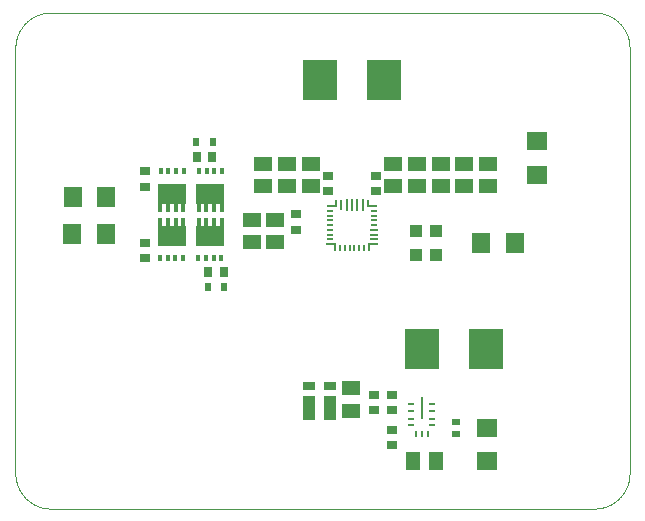
<source format=gtp>
G04 EAGLE Gerber RS-274X export*
G75*
%MOMM*%
%FSLAX35Y35*%
%LPD*%
%INsolder_paste_top*%
%IPPOS*%
%AMOC8*
5,1,8,0,0,1.08239X$1,22.5*%
G01*
%ADD10C,0.000000*%
%ADD11R,0.950000X0.200000*%
%ADD12R,0.600000X0.200000*%
%ADD13R,0.900000X0.200000*%
%ADD14R,0.200000X0.600000*%
%ADD15R,0.700000X0.200000*%
%ADD16R,0.650000X0.200000*%
%ADD17R,0.680000X0.200000*%
%ADD18R,0.200000X1.000000*%
%ADD19R,0.200000X0.950000*%
%ADD20R,1.000000X1.100000*%
%ADD21R,0.900000X0.700000*%
%ADD22R,0.300000X0.600000*%
%ADD23R,0.300000X0.635000*%
%ADD24R,2.450000X1.775000*%
%ADD25R,0.600000X0.700000*%
%ADD26R,1.500000X1.300000*%
%ADD27R,2.950000X3.500000*%
%ADD28R,1.100000X2.000000*%
%ADD29R,1.100000X0.800000*%
%ADD30R,1.800000X1.600000*%
%ADD31R,0.600000X0.250000*%
%ADD32R,0.250000X1.825000*%
%ADD33R,0.250000X0.600000*%
%ADD34R,1.300000X1.500000*%
%ADD35R,0.700000X0.600000*%
%ADD36R,0.700000X0.900000*%
%ADD37R,1.600000X1.803000*%
%ADD38R,1.803000X1.600000*%


D10*
X0Y3900000D02*
X0Y300000D01*
X88Y292751D01*
X350Y285506D01*
X788Y278270D01*
X1401Y271046D01*
X2187Y263839D01*
X3148Y256653D01*
X4282Y249493D01*
X5589Y242362D01*
X7068Y235265D01*
X8717Y228205D01*
X10537Y221188D01*
X12526Y214216D01*
X14683Y207295D01*
X17006Y200428D01*
X19495Y193619D01*
X22148Y186872D01*
X24962Y180191D01*
X27938Y173580D01*
X31072Y167043D01*
X34363Y160583D01*
X37810Y154205D01*
X41409Y147912D01*
X45160Y141708D01*
X49059Y135596D01*
X53105Y129581D01*
X57295Y123664D01*
X61627Y117851D01*
X66098Y112144D01*
X70705Y106547D01*
X75447Y101063D01*
X80319Y95695D01*
X85320Y90447D01*
X90447Y85320D01*
X95695Y80319D01*
X101063Y75447D01*
X106547Y70705D01*
X112144Y66098D01*
X117851Y61627D01*
X123664Y57295D01*
X129581Y53105D01*
X135596Y49059D01*
X141708Y45160D01*
X147912Y41409D01*
X154205Y37810D01*
X160583Y34363D01*
X167043Y31072D01*
X173580Y27938D01*
X180191Y24962D01*
X186872Y22148D01*
X193619Y19495D01*
X200428Y17006D01*
X207295Y14683D01*
X214216Y12526D01*
X221188Y10537D01*
X228205Y8717D01*
X235265Y7068D01*
X242362Y5589D01*
X249493Y4282D01*
X256653Y3148D01*
X263839Y2187D01*
X271046Y1401D01*
X278270Y788D01*
X285506Y350D01*
X292751Y88D01*
X300000Y0D01*
X4900000Y0D01*
X4907249Y88D01*
X4914494Y350D01*
X4921730Y788D01*
X4928954Y1401D01*
X4936161Y2187D01*
X4943347Y3148D01*
X4950507Y4282D01*
X4957638Y5589D01*
X4964735Y7068D01*
X4971795Y8717D01*
X4978812Y10537D01*
X4985784Y12526D01*
X4992705Y14683D01*
X4999572Y17006D01*
X5006381Y19495D01*
X5013128Y22148D01*
X5019809Y24962D01*
X5026420Y27938D01*
X5032957Y31072D01*
X5039417Y34363D01*
X5045795Y37810D01*
X5052088Y41409D01*
X5058292Y45160D01*
X5064404Y49059D01*
X5070419Y53105D01*
X5076336Y57295D01*
X5082149Y61627D01*
X5087856Y66098D01*
X5093453Y70705D01*
X5098937Y75447D01*
X5104305Y80319D01*
X5109553Y85320D01*
X5114680Y90447D01*
X5119681Y95695D01*
X5124553Y101063D01*
X5129295Y106547D01*
X5133902Y112144D01*
X5138373Y117851D01*
X5142705Y123664D01*
X5146895Y129581D01*
X5150941Y135596D01*
X5154840Y141708D01*
X5158591Y147912D01*
X5162190Y154205D01*
X5165637Y160583D01*
X5168928Y167043D01*
X5172062Y173580D01*
X5175038Y180191D01*
X5177852Y186872D01*
X5180505Y193619D01*
X5182994Y200428D01*
X5185317Y207295D01*
X5187474Y214216D01*
X5189463Y221188D01*
X5191283Y228205D01*
X5192932Y235265D01*
X5194411Y242362D01*
X5195718Y249493D01*
X5196852Y256653D01*
X5197813Y263839D01*
X5198599Y271046D01*
X5199212Y278270D01*
X5199650Y285506D01*
X5199912Y292751D01*
X5200000Y300000D01*
X5200000Y3900000D01*
X5199912Y3907249D01*
X5199650Y3914494D01*
X5199212Y3921730D01*
X5198599Y3928954D01*
X5197813Y3936161D01*
X5196852Y3943347D01*
X5195718Y3950507D01*
X5194411Y3957638D01*
X5192932Y3964735D01*
X5191283Y3971795D01*
X5189463Y3978812D01*
X5187474Y3985784D01*
X5185317Y3992705D01*
X5182994Y3999572D01*
X5180505Y4006381D01*
X5177852Y4013128D01*
X5175038Y4019809D01*
X5172062Y4026420D01*
X5168928Y4032957D01*
X5165637Y4039417D01*
X5162190Y4045795D01*
X5158591Y4052088D01*
X5154840Y4058292D01*
X5150941Y4064404D01*
X5146895Y4070419D01*
X5142705Y4076336D01*
X5138373Y4082149D01*
X5133902Y4087856D01*
X5129295Y4093453D01*
X5124553Y4098937D01*
X5119681Y4104305D01*
X5114680Y4109553D01*
X5109553Y4114680D01*
X5104305Y4119681D01*
X5098937Y4124553D01*
X5093453Y4129295D01*
X5087856Y4133902D01*
X5082149Y4138373D01*
X5076336Y4142705D01*
X5070419Y4146895D01*
X5064404Y4150941D01*
X5058292Y4154840D01*
X5052088Y4158591D01*
X5045795Y4162190D01*
X5039417Y4165637D01*
X5032957Y4168928D01*
X5026420Y4172062D01*
X5019809Y4175038D01*
X5013128Y4177852D01*
X5006381Y4180505D01*
X4999572Y4182994D01*
X4992705Y4185317D01*
X4985784Y4187474D01*
X4978812Y4189463D01*
X4971795Y4191283D01*
X4964735Y4192932D01*
X4957638Y4194411D01*
X4950507Y4195718D01*
X4943347Y4196852D01*
X4936161Y4197813D01*
X4928954Y4198599D01*
X4921730Y4199212D01*
X4914494Y4199650D01*
X4907249Y4199912D01*
X4900000Y4200000D01*
X300000Y4200000D01*
X292751Y4199912D01*
X285506Y4199650D01*
X278270Y4199212D01*
X271046Y4198599D01*
X263839Y4197813D01*
X256653Y4196852D01*
X249493Y4195718D01*
X242362Y4194411D01*
X235265Y4192932D01*
X228205Y4191283D01*
X221188Y4189463D01*
X214216Y4187474D01*
X207295Y4185317D01*
X200428Y4182994D01*
X193619Y4180505D01*
X186872Y4177852D01*
X180191Y4175038D01*
X173580Y4172062D01*
X167043Y4168928D01*
X160583Y4165637D01*
X154205Y4162190D01*
X147912Y4158591D01*
X141708Y4154840D01*
X135596Y4150941D01*
X129581Y4146895D01*
X123664Y4142705D01*
X117851Y4138373D01*
X112144Y4133902D01*
X106547Y4129295D01*
X101063Y4124553D01*
X95695Y4119681D01*
X90447Y4114680D01*
X85320Y4109553D01*
X80319Y4104305D01*
X75447Y4098937D01*
X70705Y4093453D01*
X66098Y4087856D01*
X61627Y4082149D01*
X57295Y4076336D01*
X53105Y4070419D01*
X49059Y4064404D01*
X45160Y4058292D01*
X41409Y4052088D01*
X37810Y4045795D01*
X34363Y4039417D01*
X31072Y4032957D01*
X27938Y4026420D01*
X24962Y4019809D01*
X22148Y4013128D01*
X19495Y4006381D01*
X17006Y3999572D01*
X14683Y3992705D01*
X12526Y3985784D01*
X10537Y3978812D01*
X8717Y3971795D01*
X7068Y3964735D01*
X5589Y3957638D01*
X4282Y3950507D01*
X3148Y3943347D01*
X2187Y3936161D01*
X1401Y3928954D01*
X788Y3921730D01*
X350Y3914494D01*
X88Y3907249D01*
X0Y3900000D01*
D11*
X2677500Y2560000D03*
D12*
X2660000Y2520000D03*
X2660000Y2480000D03*
X2660000Y2440000D03*
X2660000Y2400000D03*
X2660000Y2360000D03*
X2660000Y2320000D03*
X2660000Y2280000D03*
D13*
X2675000Y2240000D03*
D14*
X2750000Y2210000D03*
X2790000Y2210000D03*
X2830000Y2210000D03*
X2870000Y2210000D03*
X2910000Y2210000D03*
X2950000Y2210000D03*
D13*
X3025000Y2240000D03*
D15*
X3035000Y2280000D03*
D16*
X3037500Y2320000D03*
D17*
X3036000Y2360000D03*
D12*
X3040000Y2400000D03*
X3040000Y2440000D03*
X3040000Y2480000D03*
X3040000Y2520000D03*
D11*
X3022500Y2560000D03*
D18*
X2940000Y2570000D03*
X2895000Y2570000D03*
X2850000Y2570000D03*
X2805000Y2570000D03*
D19*
X2760000Y2572500D03*
D14*
X2715000Y2590000D03*
X2710000Y2210000D03*
X2990000Y2210000D03*
X2985000Y2590000D03*
D20*
X3560000Y2350000D03*
X3390000Y2350000D03*
X3390000Y2150000D03*
X3560000Y2150000D03*
D21*
X3050000Y2685000D03*
X3050000Y2815000D03*
X2650000Y2685000D03*
X2650000Y2815000D03*
D22*
X1550000Y2120000D03*
X1615000Y2120000D03*
X1680000Y2120000D03*
X1745000Y2120000D03*
D23*
X1747500Y2427500D03*
X1682500Y2427500D03*
X1617500Y2427500D03*
X1552500Y2427500D03*
D24*
X1650000Y2307500D03*
D22*
X1425000Y2855000D03*
X1360000Y2855000D03*
X1295000Y2855000D03*
X1230000Y2855000D03*
D23*
X1227500Y2547500D03*
X1292500Y2547500D03*
X1357500Y2547500D03*
X1422500Y2547500D03*
D24*
X1325000Y2667500D03*
D22*
X1225000Y2120000D03*
X1290000Y2120000D03*
X1355000Y2120000D03*
X1420000Y2120000D03*
D23*
X1422500Y2427500D03*
X1357500Y2427500D03*
X1292500Y2427500D03*
X1227500Y2427500D03*
D24*
X1325000Y2307500D03*
D22*
X1750000Y2855000D03*
X1685000Y2855000D03*
X1620000Y2855000D03*
X1555000Y2855000D03*
D23*
X1552500Y2547500D03*
X1617500Y2547500D03*
X1682500Y2547500D03*
X1747500Y2547500D03*
D24*
X1650000Y2667500D03*
D25*
X1770000Y1875000D03*
X1630000Y1875000D03*
X1530000Y3100000D03*
X1670000Y3100000D03*
D21*
X1100000Y2250000D03*
X1100000Y2120000D03*
X1100000Y2855000D03*
X1100000Y2725000D03*
D26*
X2500000Y2730000D03*
X2500000Y2920000D03*
X2300000Y2730000D03*
X2300000Y2920000D03*
X2100000Y2730000D03*
X2100000Y2920000D03*
D21*
X2375000Y2490000D03*
X2375000Y2360000D03*
D26*
X2200000Y2445000D03*
X2200000Y2255000D03*
X2000000Y2445000D03*
X2000000Y2255000D03*
X3200000Y2730000D03*
X3200000Y2920000D03*
X3400000Y2730000D03*
X3400000Y2920000D03*
X3600000Y2730000D03*
X3600000Y2920000D03*
X3800000Y2730000D03*
X3800000Y2920000D03*
X4000000Y2730000D03*
X4000000Y2920000D03*
D27*
X3120000Y3625000D03*
X2580000Y3625000D03*
D28*
X2490000Y850000D03*
D29*
X2490000Y1040000D03*
D28*
X2665000Y850000D03*
D29*
X2665000Y1040000D03*
D21*
X3190000Y835000D03*
X3190000Y965000D03*
D30*
X3990000Y685000D03*
X3990000Y405000D03*
D31*
X3349100Y888500D03*
X3349100Y823500D03*
X3348900Y758000D03*
X3348900Y708000D03*
X3529900Y888500D03*
X3529900Y823500D03*
X3530100Y758600D03*
X3530100Y708600D03*
D32*
X3440000Y853800D03*
D33*
X3390000Y634800D03*
X3440000Y635000D03*
X3490000Y634800D03*
D21*
X3040000Y835000D03*
X3040000Y965000D03*
D26*
X2840000Y830000D03*
X2840000Y1020000D03*
D34*
X3370000Y400000D03*
X3560000Y400000D03*
D35*
X3727500Y635000D03*
X3727500Y735000D03*
D21*
X3190000Y665000D03*
X3190000Y535000D03*
D27*
X3445000Y1350000D03*
X3985000Y1350000D03*
D36*
X1535000Y2975000D03*
X1665000Y2975000D03*
X1635000Y2000000D03*
X1765000Y2000000D03*
D37*
X771200Y2640000D03*
X486800Y2640000D03*
X763700Y2327250D03*
X479300Y2327250D03*
X3944050Y2247000D03*
X4228450Y2247000D03*
D38*
X4414000Y3111200D03*
X4414000Y2826800D03*
M02*

</source>
